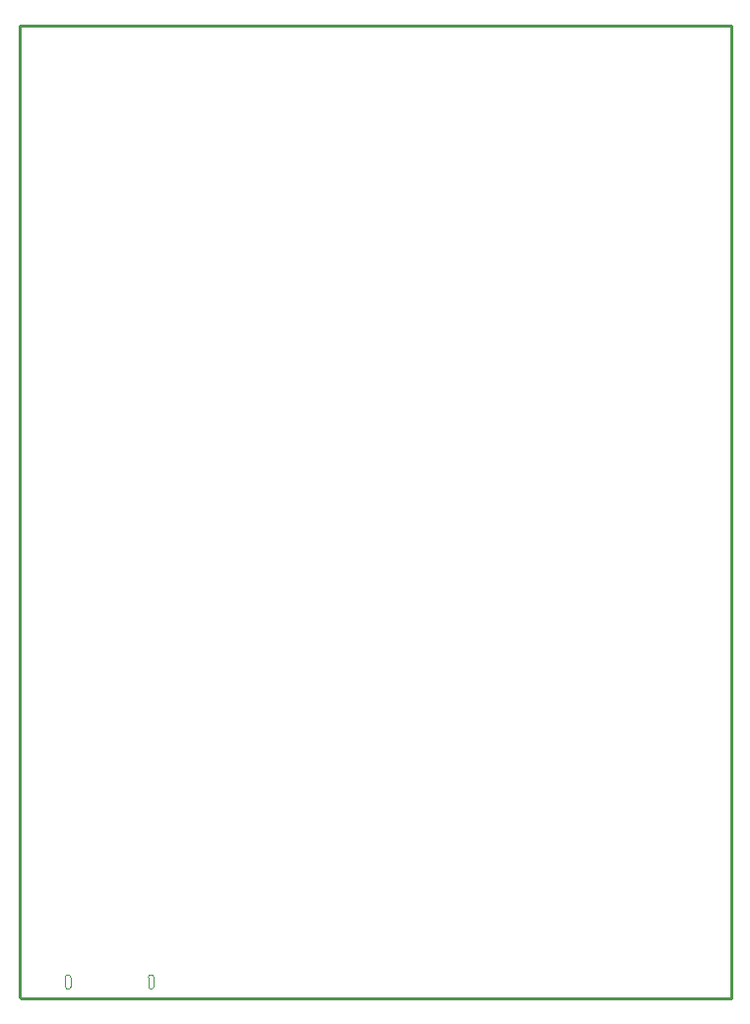
<source format=gm1>
G04*
G04 #@! TF.GenerationSoftware,Altium Limited,Altium Designer,23.4.1 (23)*
G04*
G04 Layer_Color=16711935*
%FSLAX44Y44*%
%MOMM*%
G71*
G04*
G04 #@! TF.SameCoordinates,113CB1AB-12A2-433E-9A00-34448D6919C0*
G04*
G04*
G04 #@! TF.FilePolarity,Positive*
G04*
G01*
G75*
%ADD12C,0.0000*%
%ADD13C,0.2540*%
D12*
X41870Y21390D02*
G03*
X39620Y19140I0J-2250D01*
G01*
X44120D02*
G03*
X41870Y21390I-2250J0D01*
G01*
Y8890D02*
G03*
X44120Y11140I0J2250D01*
G01*
X39620D02*
G03*
X41870Y8890I2250J0D01*
G01*
X113370Y21390D02*
G03*
X111120Y19140I0J-2250D01*
G01*
X115620D02*
G03*
X113370Y21390I-2250J0D01*
G01*
Y8890D02*
G03*
X115620Y11140I0J2250D01*
G01*
X111120D02*
G03*
X113370Y8890I2250J0D01*
G01*
X44120Y11140D02*
Y19140D01*
X39620Y11140D02*
Y19140D01*
X115620Y11140D02*
Y19140D01*
X111120Y11140D02*
Y19140D01*
D13*
X0Y2540D02*
Y836930D01*
Y2540D02*
X1270Y1270D01*
X612140D01*
Y836930D01*
X0D02*
X612140D01*
M02*

</source>
